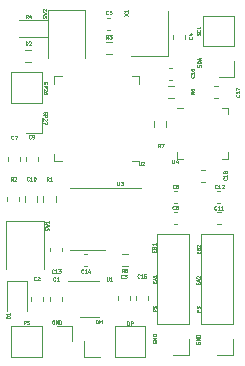
<source format=gbr>
%TF.GenerationSoftware,KiCad,Pcbnew,(6.0.7-1)-1*%
%TF.CreationDate,2022-10-12T15:07:03-04:00*%
%TF.ProjectId,PICO_v1.0,5049434f-5f76-4312-9e30-2e6b69636164,rev?*%
%TF.SameCoordinates,Original*%
%TF.FileFunction,Legend,Top*%
%TF.FilePolarity,Positive*%
%FSLAX46Y46*%
G04 Gerber Fmt 4.6, Leading zero omitted, Abs format (unit mm)*
G04 Created by KiCad (PCBNEW (6.0.7-1)-1) date 2022-10-12 15:07:03*
%MOMM*%
%LPD*%
G01*
G04 APERTURE LIST*
%ADD10C,0.050000*%
G04 APERTURE END LIST*
D10*
X116386771Y-123322514D02*
X116386771Y-123222514D01*
X116543914Y-123179657D02*
X116543914Y-123322514D01*
X116243914Y-123322514D01*
X116243914Y-123179657D01*
X116458200Y-123065371D02*
X116458200Y-122922514D01*
X116543914Y-123093942D02*
X116243914Y-122993942D01*
X116543914Y-122893942D01*
X116272485Y-122808228D02*
X116258200Y-122793942D01*
X116243914Y-122765371D01*
X116243914Y-122693942D01*
X116258200Y-122665371D01*
X116272485Y-122651085D01*
X116301057Y-122636800D01*
X116329628Y-122636800D01*
X116372485Y-122651085D01*
X116543914Y-122822514D01*
X116543914Y-122636800D01*
X112652971Y-120575342D02*
X112652971Y-120475342D01*
X112810114Y-120432485D02*
X112810114Y-120575342D01*
X112510114Y-120575342D01*
X112510114Y-120432485D01*
X112652971Y-120203914D02*
X112667257Y-120161057D01*
X112681542Y-120146771D01*
X112710114Y-120132485D01*
X112752971Y-120132485D01*
X112781542Y-120146771D01*
X112795828Y-120161057D01*
X112810114Y-120189628D01*
X112810114Y-120303914D01*
X112510114Y-120303914D01*
X112510114Y-120203914D01*
X112524400Y-120175342D01*
X112538685Y-120161057D01*
X112567257Y-120146771D01*
X112595828Y-120146771D01*
X112624400Y-120161057D01*
X112638685Y-120175342D01*
X112652971Y-120203914D01*
X112652971Y-120303914D01*
X112810114Y-119846771D02*
X112810114Y-120018200D01*
X112810114Y-119932485D02*
X112510114Y-119932485D01*
X112552971Y-119961057D01*
X112581542Y-119989628D01*
X112595828Y-120018200D01*
X116569314Y-125646628D02*
X116269314Y-125646628D01*
X116269314Y-125532342D01*
X116283600Y-125503771D01*
X116297885Y-125489485D01*
X116326457Y-125475200D01*
X116369314Y-125475200D01*
X116397885Y-125489485D01*
X116412171Y-125503771D01*
X116426457Y-125532342D01*
X116426457Y-125646628D01*
X116555028Y-125360914D02*
X116569314Y-125318057D01*
X116569314Y-125246628D01*
X116555028Y-125218057D01*
X116540742Y-125203771D01*
X116512171Y-125189485D01*
X116483600Y-125189485D01*
X116455028Y-125203771D01*
X116440742Y-125218057D01*
X116426457Y-125246628D01*
X116412171Y-125303771D01*
X116397885Y-125332342D01*
X116383600Y-125346628D01*
X116355028Y-125360914D01*
X116326457Y-125360914D01*
X116297885Y-125346628D01*
X116283600Y-125332342D01*
X116269314Y-125303771D01*
X116269314Y-125232342D01*
X116283600Y-125189485D01*
X103578800Y-108862857D02*
X103593085Y-108834285D01*
X103593085Y-108791428D01*
X103578800Y-108748571D01*
X103550228Y-108720000D01*
X103521657Y-108705714D01*
X103464514Y-108691428D01*
X103421657Y-108691428D01*
X103364514Y-108705714D01*
X103335942Y-108720000D01*
X103307371Y-108748571D01*
X103293085Y-108791428D01*
X103293085Y-108820000D01*
X103307371Y-108862857D01*
X103321657Y-108877142D01*
X103421657Y-108877142D01*
X103421657Y-108820000D01*
X103293085Y-109005714D02*
X103593085Y-109005714D01*
X103593085Y-109120000D01*
X103578800Y-109148571D01*
X103564514Y-109162857D01*
X103535942Y-109177142D01*
X103493085Y-109177142D01*
X103464514Y-109162857D01*
X103450228Y-109148571D01*
X103435942Y-109120000D01*
X103435942Y-109005714D01*
X103564514Y-109291428D02*
X103578800Y-109305714D01*
X103593085Y-109334285D01*
X103593085Y-109405714D01*
X103578800Y-109434285D01*
X103564514Y-109448571D01*
X103535942Y-109462857D01*
X103507371Y-109462857D01*
X103464514Y-109448571D01*
X103293085Y-109277142D01*
X103293085Y-109462857D01*
X103593085Y-109562857D02*
X103593085Y-109762857D01*
X103293085Y-109634285D01*
X101657971Y-126703914D02*
X101657971Y-126403914D01*
X101772257Y-126403914D01*
X101800828Y-126418200D01*
X101815114Y-126432485D01*
X101829400Y-126461057D01*
X101829400Y-126503914D01*
X101815114Y-126532485D01*
X101800828Y-126546771D01*
X101772257Y-126561057D01*
X101657971Y-126561057D01*
X101943685Y-126689628D02*
X101986542Y-126703914D01*
X102057971Y-126703914D01*
X102086542Y-126689628D01*
X102100828Y-126675342D01*
X102115114Y-126646771D01*
X102115114Y-126618200D01*
X102100828Y-126589628D01*
X102086542Y-126575342D01*
X102057971Y-126561057D01*
X102000828Y-126546771D01*
X101972257Y-126532485D01*
X101957971Y-126518200D01*
X101943685Y-126489628D01*
X101943685Y-126461057D01*
X101957971Y-126432485D01*
X101972257Y-126418200D01*
X102000828Y-126403914D01*
X102072257Y-126403914D01*
X102115114Y-126418200D01*
X110413828Y-126754714D02*
X110413828Y-126454714D01*
X110485257Y-126454714D01*
X110528114Y-126469000D01*
X110556685Y-126497571D01*
X110570971Y-126526142D01*
X110585257Y-126583285D01*
X110585257Y-126626142D01*
X110570971Y-126683285D01*
X110556685Y-126711857D01*
X110528114Y-126740428D01*
X110485257Y-126754714D01*
X110413828Y-126754714D01*
X110713828Y-126754714D02*
X110713828Y-126454714D01*
X110828114Y-126454714D01*
X110856685Y-126469000D01*
X110870971Y-126483285D01*
X110885257Y-126511857D01*
X110885257Y-126554714D01*
X110870971Y-126583285D01*
X110856685Y-126597571D01*
X110828114Y-126611857D01*
X110713828Y-126611857D01*
X104195828Y-126392800D02*
X104167257Y-126378514D01*
X104124400Y-126378514D01*
X104081542Y-126392800D01*
X104052971Y-126421371D01*
X104038685Y-126449942D01*
X104024400Y-126507085D01*
X104024400Y-126549942D01*
X104038685Y-126607085D01*
X104052971Y-126635657D01*
X104081542Y-126664228D01*
X104124400Y-126678514D01*
X104152971Y-126678514D01*
X104195828Y-126664228D01*
X104210114Y-126649942D01*
X104210114Y-126549942D01*
X104152971Y-126549942D01*
X104338685Y-126678514D02*
X104338685Y-126378514D01*
X104510114Y-126678514D01*
X104510114Y-126378514D01*
X104652971Y-126678514D02*
X104652971Y-126378514D01*
X104724400Y-126378514D01*
X104767257Y-126392800D01*
X104795828Y-126421371D01*
X104810114Y-126449942D01*
X104824400Y-126507085D01*
X104824400Y-126549942D01*
X104810114Y-126607085D01*
X104795828Y-126635657D01*
X104767257Y-126664228D01*
X104724400Y-126678514D01*
X104652971Y-126678514D01*
X116258200Y-128219171D02*
X116243914Y-128247742D01*
X116243914Y-128290600D01*
X116258200Y-128333457D01*
X116286771Y-128362028D01*
X116315342Y-128376314D01*
X116372485Y-128390600D01*
X116415342Y-128390600D01*
X116472485Y-128376314D01*
X116501057Y-128362028D01*
X116529628Y-128333457D01*
X116543914Y-128290600D01*
X116543914Y-128262028D01*
X116529628Y-128219171D01*
X116515342Y-128204885D01*
X116415342Y-128204885D01*
X116415342Y-128262028D01*
X116543914Y-128076314D02*
X116243914Y-128076314D01*
X116543914Y-127904885D01*
X116243914Y-127904885D01*
X116543914Y-127762028D02*
X116243914Y-127762028D01*
X116243914Y-127690600D01*
X116258200Y-127647742D01*
X116286771Y-127619171D01*
X116315342Y-127604885D01*
X116372485Y-127590600D01*
X116415342Y-127590600D01*
X116472485Y-127604885D01*
X116501057Y-127619171D01*
X116529628Y-127647742D01*
X116543914Y-127690600D01*
X116543914Y-127762028D01*
X103604200Y-106348257D02*
X103618485Y-106319685D01*
X103618485Y-106276828D01*
X103604200Y-106233971D01*
X103575628Y-106205400D01*
X103547057Y-106191114D01*
X103489914Y-106176828D01*
X103447057Y-106176828D01*
X103389914Y-106191114D01*
X103361342Y-106205400D01*
X103332771Y-106233971D01*
X103318485Y-106276828D01*
X103318485Y-106305400D01*
X103332771Y-106348257D01*
X103347057Y-106362542D01*
X103447057Y-106362542D01*
X103447057Y-106305400D01*
X103318485Y-106491114D02*
X103618485Y-106491114D01*
X103618485Y-106605400D01*
X103604200Y-106633971D01*
X103589914Y-106648257D01*
X103561342Y-106662542D01*
X103518485Y-106662542D01*
X103489914Y-106648257D01*
X103475628Y-106633971D01*
X103461342Y-106605400D01*
X103461342Y-106491114D01*
X103589914Y-106776828D02*
X103604200Y-106791114D01*
X103618485Y-106819685D01*
X103618485Y-106891114D01*
X103604200Y-106919685D01*
X103589914Y-106933971D01*
X103561342Y-106948257D01*
X103532771Y-106948257D01*
X103489914Y-106933971D01*
X103318485Y-106762542D01*
X103318485Y-106948257D01*
X103618485Y-107205400D02*
X103618485Y-107148257D01*
X103604200Y-107119685D01*
X103589914Y-107105400D01*
X103547057Y-107076828D01*
X103489914Y-107062542D01*
X103375628Y-107062542D01*
X103347057Y-107076828D01*
X103332771Y-107091114D01*
X103318485Y-107119685D01*
X103318485Y-107176828D01*
X103332771Y-107205400D01*
X103347057Y-107219685D01*
X103375628Y-107233971D01*
X103447057Y-107233971D01*
X103475628Y-107219685D01*
X103489914Y-107205400D01*
X103504200Y-107176828D01*
X103504200Y-107119685D01*
X103489914Y-107091114D01*
X103475628Y-107076828D01*
X103447057Y-107062542D01*
X107725400Y-126627714D02*
X107725400Y-126327714D01*
X107796828Y-126327714D01*
X107839685Y-126342000D01*
X107868257Y-126370571D01*
X107882542Y-126399142D01*
X107896828Y-126456285D01*
X107896828Y-126499142D01*
X107882542Y-126556285D01*
X107868257Y-126584857D01*
X107839685Y-126613428D01*
X107796828Y-126627714D01*
X107725400Y-126627714D01*
X108025400Y-126627714D02*
X108025400Y-126327714D01*
X108125400Y-126542000D01*
X108225400Y-126327714D01*
X108225400Y-126627714D01*
X112678371Y-123220914D02*
X112678371Y-123120914D01*
X112835514Y-123078057D02*
X112835514Y-123220914D01*
X112535514Y-123220914D01*
X112535514Y-123078057D01*
X112749800Y-122963771D02*
X112749800Y-122820914D01*
X112835514Y-122992342D02*
X112535514Y-122892342D01*
X112835514Y-122792342D01*
X112835514Y-122535200D02*
X112835514Y-122706628D01*
X112835514Y-122620914D02*
X112535514Y-122620914D01*
X112578371Y-122649485D01*
X112606942Y-122678057D01*
X112621228Y-122706628D01*
X116605828Y-104910685D02*
X116620114Y-104867828D01*
X116620114Y-104796400D01*
X116605828Y-104767828D01*
X116591542Y-104753542D01*
X116562971Y-104739257D01*
X116534400Y-104739257D01*
X116505828Y-104753542D01*
X116491542Y-104767828D01*
X116477257Y-104796400D01*
X116462971Y-104853542D01*
X116448685Y-104882114D01*
X116434400Y-104896400D01*
X116405828Y-104910685D01*
X116377257Y-104910685D01*
X116348685Y-104896400D01*
X116334400Y-104882114D01*
X116320114Y-104853542D01*
X116320114Y-104782114D01*
X116334400Y-104739257D01*
X116620114Y-104610685D02*
X116320114Y-104610685D01*
X116320114Y-104539257D01*
X116334400Y-104496400D01*
X116362971Y-104467828D01*
X116391542Y-104453542D01*
X116448685Y-104439257D01*
X116491542Y-104439257D01*
X116548685Y-104453542D01*
X116577257Y-104467828D01*
X116605828Y-104496400D01*
X116620114Y-104539257D01*
X116620114Y-104610685D01*
X116534400Y-104324971D02*
X116534400Y-104182114D01*
X116620114Y-104353542D02*
X116320114Y-104253542D01*
X116620114Y-104153542D01*
X116555028Y-102236542D02*
X116569314Y-102193685D01*
X116569314Y-102122257D01*
X116555028Y-102093685D01*
X116540742Y-102079400D01*
X116512171Y-102065114D01*
X116483600Y-102065114D01*
X116455028Y-102079400D01*
X116440742Y-102093685D01*
X116426457Y-102122257D01*
X116412171Y-102179400D01*
X116397885Y-102207971D01*
X116383600Y-102222257D01*
X116355028Y-102236542D01*
X116326457Y-102236542D01*
X116297885Y-102222257D01*
X116283600Y-102207971D01*
X116269314Y-102179400D01*
X116269314Y-102107971D01*
X116283600Y-102065114D01*
X116540742Y-101765114D02*
X116555028Y-101779400D01*
X116569314Y-101822257D01*
X116569314Y-101850828D01*
X116555028Y-101893685D01*
X116526457Y-101922257D01*
X116497885Y-101936542D01*
X116440742Y-101950828D01*
X116397885Y-101950828D01*
X116340742Y-101936542D01*
X116312171Y-101922257D01*
X116283600Y-101893685D01*
X116269314Y-101850828D01*
X116269314Y-101822257D01*
X116283600Y-101779400D01*
X116297885Y-101765114D01*
X116569314Y-101493685D02*
X116569314Y-101636542D01*
X116269314Y-101636542D01*
X116412171Y-120702342D02*
X116412171Y-120602342D01*
X116569314Y-120559485D02*
X116569314Y-120702342D01*
X116269314Y-120702342D01*
X116269314Y-120559485D01*
X116412171Y-120330914D02*
X116426457Y-120288057D01*
X116440742Y-120273771D01*
X116469314Y-120259485D01*
X116512171Y-120259485D01*
X116540742Y-120273771D01*
X116555028Y-120288057D01*
X116569314Y-120316628D01*
X116569314Y-120430914D01*
X116269314Y-120430914D01*
X116269314Y-120330914D01*
X116283600Y-120302342D01*
X116297885Y-120288057D01*
X116326457Y-120273771D01*
X116355028Y-120273771D01*
X116383600Y-120288057D01*
X116397885Y-120302342D01*
X116412171Y-120330914D01*
X116412171Y-120430914D01*
X116297885Y-120145200D02*
X116283600Y-120130914D01*
X116269314Y-120102342D01*
X116269314Y-120030914D01*
X116283600Y-120002342D01*
X116297885Y-119988057D01*
X116326457Y-119973771D01*
X116355028Y-119973771D01*
X116397885Y-119988057D01*
X116569314Y-120159485D01*
X116569314Y-119973771D01*
X112549800Y-128142971D02*
X112535514Y-128171542D01*
X112535514Y-128214400D01*
X112549800Y-128257257D01*
X112578371Y-128285828D01*
X112606942Y-128300114D01*
X112664085Y-128314400D01*
X112706942Y-128314400D01*
X112764085Y-128300114D01*
X112792657Y-128285828D01*
X112821228Y-128257257D01*
X112835514Y-128214400D01*
X112835514Y-128185828D01*
X112821228Y-128142971D01*
X112806942Y-128128685D01*
X112706942Y-128128685D01*
X112706942Y-128185828D01*
X112835514Y-128000114D02*
X112535514Y-128000114D01*
X112835514Y-127828685D01*
X112535514Y-127828685D01*
X112835514Y-127685828D02*
X112535514Y-127685828D01*
X112535514Y-127614400D01*
X112549800Y-127571542D01*
X112578371Y-127542971D01*
X112606942Y-127528685D01*
X112664085Y-127514400D01*
X112706942Y-127514400D01*
X112764085Y-127528685D01*
X112792657Y-127542971D01*
X112821228Y-127571542D01*
X112835514Y-127614400D01*
X112835514Y-127685828D01*
X112860914Y-125595828D02*
X112560914Y-125595828D01*
X112560914Y-125481542D01*
X112575200Y-125452971D01*
X112589485Y-125438685D01*
X112618057Y-125424400D01*
X112660914Y-125424400D01*
X112689485Y-125438685D01*
X112703771Y-125452971D01*
X112718057Y-125481542D01*
X112718057Y-125595828D01*
X112846628Y-125310114D02*
X112860914Y-125267257D01*
X112860914Y-125195828D01*
X112846628Y-125167257D01*
X112832342Y-125152971D01*
X112803771Y-125138685D01*
X112775200Y-125138685D01*
X112746628Y-125152971D01*
X112732342Y-125167257D01*
X112718057Y-125195828D01*
X112703771Y-125252971D01*
X112689485Y-125281542D01*
X112675200Y-125295828D01*
X112646628Y-125310114D01*
X112618057Y-125310114D01*
X112589485Y-125295828D01*
X112575200Y-125281542D01*
X112560914Y-125252971D01*
X112560914Y-125181542D01*
X112575200Y-125138685D01*
%TO.C,SW1*%
X103728028Y-118764000D02*
X103742314Y-118721142D01*
X103742314Y-118649714D01*
X103728028Y-118621142D01*
X103713742Y-118606857D01*
X103685171Y-118592571D01*
X103656600Y-118592571D01*
X103628028Y-118606857D01*
X103613742Y-118621142D01*
X103599457Y-118649714D01*
X103585171Y-118706857D01*
X103570885Y-118735428D01*
X103556600Y-118749714D01*
X103528028Y-118764000D01*
X103499457Y-118764000D01*
X103470885Y-118749714D01*
X103456600Y-118735428D01*
X103442314Y-118706857D01*
X103442314Y-118635428D01*
X103456600Y-118592571D01*
X103442314Y-118492571D02*
X103742314Y-118421142D01*
X103528028Y-118364000D01*
X103742314Y-118306857D01*
X103442314Y-118235428D01*
X103742314Y-117964000D02*
X103742314Y-118135428D01*
X103742314Y-118049714D02*
X103442314Y-118049714D01*
X103485171Y-118078285D01*
X103513742Y-118106857D01*
X103528028Y-118135428D01*
%TO.C,C3*%
X110059000Y-122763742D02*
X110044714Y-122778028D01*
X110001857Y-122792314D01*
X109973285Y-122792314D01*
X109930428Y-122778028D01*
X109901857Y-122749457D01*
X109887571Y-122720885D01*
X109873285Y-122663742D01*
X109873285Y-122620885D01*
X109887571Y-122563742D01*
X109901857Y-122535171D01*
X109930428Y-122506600D01*
X109973285Y-122492314D01*
X110001857Y-122492314D01*
X110044714Y-122506600D01*
X110059000Y-122520885D01*
X110159000Y-122492314D02*
X110344714Y-122492314D01*
X110244714Y-122606600D01*
X110287571Y-122606600D01*
X110316142Y-122620885D01*
X110330428Y-122635171D01*
X110344714Y-122663742D01*
X110344714Y-122735171D01*
X110330428Y-122763742D01*
X110316142Y-122778028D01*
X110287571Y-122792314D01*
X110201857Y-122792314D01*
X110173285Y-122778028D01*
X110159000Y-122763742D01*
%TO.C,C4*%
X115880342Y-102361200D02*
X115894628Y-102375485D01*
X115908914Y-102418342D01*
X115908914Y-102446914D01*
X115894628Y-102489771D01*
X115866057Y-102518342D01*
X115837485Y-102532628D01*
X115780342Y-102546914D01*
X115737485Y-102546914D01*
X115680342Y-102532628D01*
X115651771Y-102518342D01*
X115623200Y-102489771D01*
X115608914Y-102446914D01*
X115608914Y-102418342D01*
X115623200Y-102375485D01*
X115637485Y-102361200D01*
X115708914Y-102104057D02*
X115908914Y-102104057D01*
X115594628Y-102175485D02*
X115808914Y-102246914D01*
X115808914Y-102061200D01*
%TO.C,C8*%
X114402400Y-116947142D02*
X114388114Y-116961428D01*
X114345257Y-116975714D01*
X114316685Y-116975714D01*
X114273828Y-116961428D01*
X114245257Y-116932857D01*
X114230971Y-116904285D01*
X114216685Y-116847142D01*
X114216685Y-116804285D01*
X114230971Y-116747142D01*
X114245257Y-116718571D01*
X114273828Y-116690000D01*
X114316685Y-116675714D01*
X114345257Y-116675714D01*
X114388114Y-116690000D01*
X114402400Y-116704285D01*
X114573828Y-116804285D02*
X114545257Y-116790000D01*
X114530971Y-116775714D01*
X114516685Y-116747142D01*
X114516685Y-116732857D01*
X114530971Y-116704285D01*
X114545257Y-116690000D01*
X114573828Y-116675714D01*
X114630971Y-116675714D01*
X114659542Y-116690000D01*
X114673828Y-116704285D01*
X114688114Y-116732857D01*
X114688114Y-116747142D01*
X114673828Y-116775714D01*
X114659542Y-116790000D01*
X114630971Y-116804285D01*
X114573828Y-116804285D01*
X114545257Y-116818571D01*
X114530971Y-116832857D01*
X114516685Y-116861428D01*
X114516685Y-116918571D01*
X114530971Y-116947142D01*
X114545257Y-116961428D01*
X114573828Y-116975714D01*
X114630971Y-116975714D01*
X114659542Y-116961428D01*
X114673828Y-116947142D01*
X114688114Y-116918571D01*
X114688114Y-116861428D01*
X114673828Y-116832857D01*
X114659542Y-116818571D01*
X114630971Y-116804285D01*
%TO.C,C13*%
X104175742Y-122331942D02*
X104161457Y-122346228D01*
X104118600Y-122360514D01*
X104090028Y-122360514D01*
X104047171Y-122346228D01*
X104018600Y-122317657D01*
X104004314Y-122289085D01*
X103990028Y-122231942D01*
X103990028Y-122189085D01*
X104004314Y-122131942D01*
X104018600Y-122103371D01*
X104047171Y-122074800D01*
X104090028Y-122060514D01*
X104118600Y-122060514D01*
X104161457Y-122074800D01*
X104175742Y-122089085D01*
X104461457Y-122360514D02*
X104290028Y-122360514D01*
X104375742Y-122360514D02*
X104375742Y-122060514D01*
X104347171Y-122103371D01*
X104318600Y-122131942D01*
X104290028Y-122146228D01*
X104561457Y-122060514D02*
X104747171Y-122060514D01*
X104647171Y-122174800D01*
X104690028Y-122174800D01*
X104718600Y-122189085D01*
X104732885Y-122203371D01*
X104747171Y-122231942D01*
X104747171Y-122303371D01*
X104732885Y-122331942D01*
X104718600Y-122346228D01*
X104690028Y-122360514D01*
X104604314Y-122360514D01*
X104575742Y-122346228D01*
X104561457Y-122331942D01*
%TO.C,R2*%
X100711800Y-114537314D02*
X100611800Y-114394457D01*
X100540371Y-114537314D02*
X100540371Y-114237314D01*
X100654657Y-114237314D01*
X100683228Y-114251600D01*
X100697514Y-114265885D01*
X100711800Y-114294457D01*
X100711800Y-114337314D01*
X100697514Y-114365885D01*
X100683228Y-114380171D01*
X100654657Y-114394457D01*
X100540371Y-114394457D01*
X100826085Y-114265885D02*
X100840371Y-114251600D01*
X100868942Y-114237314D01*
X100940371Y-114237314D01*
X100968942Y-114251600D01*
X100983228Y-114265885D01*
X100997514Y-114294457D01*
X100997514Y-114323028D01*
X100983228Y-114365885D01*
X100811800Y-114537314D01*
X100997514Y-114537314D01*
%TO.C,U4*%
X114223828Y-112764114D02*
X114223828Y-113006971D01*
X114238114Y-113035542D01*
X114252400Y-113049828D01*
X114280971Y-113064114D01*
X114338114Y-113064114D01*
X114366685Y-113049828D01*
X114380971Y-113035542D01*
X114395257Y-113006971D01*
X114395257Y-112764114D01*
X114666685Y-112864114D02*
X114666685Y-113064114D01*
X114595257Y-112749828D02*
X114523828Y-112964114D01*
X114709542Y-112964114D01*
%TO.C,U2*%
X111379028Y-112941914D02*
X111379028Y-113184771D01*
X111393314Y-113213342D01*
X111407600Y-113227628D01*
X111436171Y-113241914D01*
X111493314Y-113241914D01*
X111521885Y-113227628D01*
X111536171Y-113213342D01*
X111550457Y-113184771D01*
X111550457Y-112941914D01*
X111679028Y-112970485D02*
X111693314Y-112956200D01*
X111721885Y-112941914D01*
X111793314Y-112941914D01*
X111821885Y-112956200D01*
X111836171Y-112970485D01*
X111850457Y-112999057D01*
X111850457Y-113027628D01*
X111836171Y-113070485D01*
X111664742Y-113241914D01*
X111850457Y-113241914D01*
%TO.C,SW2*%
X103524828Y-100806200D02*
X103539114Y-100763342D01*
X103539114Y-100691914D01*
X103524828Y-100663342D01*
X103510542Y-100649057D01*
X103481971Y-100634771D01*
X103453400Y-100634771D01*
X103424828Y-100649057D01*
X103410542Y-100663342D01*
X103396257Y-100691914D01*
X103381971Y-100749057D01*
X103367685Y-100777628D01*
X103353400Y-100791914D01*
X103324828Y-100806200D01*
X103296257Y-100806200D01*
X103267685Y-100791914D01*
X103253400Y-100777628D01*
X103239114Y-100749057D01*
X103239114Y-100677628D01*
X103253400Y-100634771D01*
X103239114Y-100534771D02*
X103539114Y-100463342D01*
X103324828Y-100406200D01*
X103539114Y-100349057D01*
X103239114Y-100277628D01*
X103267685Y-100177628D02*
X103253400Y-100163342D01*
X103239114Y-100134771D01*
X103239114Y-100063342D01*
X103253400Y-100034771D01*
X103267685Y-100020485D01*
X103296257Y-100006200D01*
X103324828Y-100006200D01*
X103367685Y-100020485D01*
X103539114Y-100191914D01*
X103539114Y-100006200D01*
%TO.C,C1*%
X104293200Y-122992342D02*
X104278914Y-123006628D01*
X104236057Y-123020914D01*
X104207485Y-123020914D01*
X104164628Y-123006628D01*
X104136057Y-122978057D01*
X104121771Y-122949485D01*
X104107485Y-122892342D01*
X104107485Y-122849485D01*
X104121771Y-122792342D01*
X104136057Y-122763771D01*
X104164628Y-122735200D01*
X104207485Y-122720914D01*
X104236057Y-122720914D01*
X104278914Y-122735200D01*
X104293200Y-122749485D01*
X104578914Y-123020914D02*
X104407485Y-123020914D01*
X104493200Y-123020914D02*
X104493200Y-122720914D01*
X104464628Y-122763771D01*
X104436057Y-122792342D01*
X104407485Y-122806628D01*
%TO.C,R7*%
X113183200Y-111717914D02*
X113083200Y-111575057D01*
X113011771Y-111717914D02*
X113011771Y-111417914D01*
X113126057Y-111417914D01*
X113154628Y-111432200D01*
X113168914Y-111446485D01*
X113183200Y-111475057D01*
X113183200Y-111517914D01*
X113168914Y-111546485D01*
X113154628Y-111560771D01*
X113126057Y-111575057D01*
X113011771Y-111575057D01*
X113283200Y-111417914D02*
X113483200Y-111417914D01*
X113354628Y-111717914D01*
%TO.C,R1*%
X103734400Y-114537314D02*
X103634400Y-114394457D01*
X103562971Y-114537314D02*
X103562971Y-114237314D01*
X103677257Y-114237314D01*
X103705828Y-114251600D01*
X103720114Y-114265885D01*
X103734400Y-114294457D01*
X103734400Y-114337314D01*
X103720114Y-114365885D01*
X103705828Y-114380171D01*
X103677257Y-114394457D01*
X103562971Y-114394457D01*
X104020114Y-114537314D02*
X103848685Y-114537314D01*
X103934400Y-114537314D02*
X103934400Y-114237314D01*
X103905828Y-114280171D01*
X103877257Y-114308742D01*
X103848685Y-114323028D01*
%TO.C,R3*%
X108789000Y-102523114D02*
X108689000Y-102380257D01*
X108617571Y-102523114D02*
X108617571Y-102223114D01*
X108731857Y-102223114D01*
X108760428Y-102237400D01*
X108774714Y-102251685D01*
X108789000Y-102280257D01*
X108789000Y-102323114D01*
X108774714Y-102351685D01*
X108760428Y-102365971D01*
X108731857Y-102380257D01*
X108617571Y-102380257D01*
X108889000Y-102223114D02*
X109074714Y-102223114D01*
X108974714Y-102337400D01*
X109017571Y-102337400D01*
X109046142Y-102351685D01*
X109060428Y-102365971D01*
X109074714Y-102394542D01*
X109074714Y-102465971D01*
X109060428Y-102494542D01*
X109046142Y-102508828D01*
X109017571Y-102523114D01*
X108931857Y-102523114D01*
X108903285Y-102508828D01*
X108889000Y-102494542D01*
%TO.C,U3*%
X109550228Y-114618314D02*
X109550228Y-114861171D01*
X109564514Y-114889742D01*
X109578800Y-114904028D01*
X109607371Y-114918314D01*
X109664514Y-114918314D01*
X109693085Y-114904028D01*
X109707371Y-114889742D01*
X109721657Y-114861171D01*
X109721657Y-114618314D01*
X109835942Y-114618314D02*
X110021657Y-114618314D01*
X109921657Y-114732600D01*
X109964514Y-114732600D01*
X109993085Y-114746885D01*
X110007371Y-114761171D01*
X110021657Y-114789742D01*
X110021657Y-114861171D01*
X110007371Y-114889742D01*
X109993085Y-114904028D01*
X109964514Y-114918314D01*
X109878800Y-114918314D01*
X109850228Y-114904028D01*
X109835942Y-114889742D01*
%TO.C,C15*%
X111440142Y-122738342D02*
X111425857Y-122752628D01*
X111383000Y-122766914D01*
X111354428Y-122766914D01*
X111311571Y-122752628D01*
X111283000Y-122724057D01*
X111268714Y-122695485D01*
X111254428Y-122638342D01*
X111254428Y-122595485D01*
X111268714Y-122538342D01*
X111283000Y-122509771D01*
X111311571Y-122481200D01*
X111354428Y-122466914D01*
X111383000Y-122466914D01*
X111425857Y-122481200D01*
X111440142Y-122495485D01*
X111725857Y-122766914D02*
X111554428Y-122766914D01*
X111640142Y-122766914D02*
X111640142Y-122466914D01*
X111611571Y-122509771D01*
X111583000Y-122538342D01*
X111554428Y-122552628D01*
X111997285Y-122466914D02*
X111854428Y-122466914D01*
X111840142Y-122609771D01*
X111854428Y-122595485D01*
X111883000Y-122581200D01*
X111954428Y-122581200D01*
X111983000Y-122595485D01*
X111997285Y-122609771D01*
X112011571Y-122638342D01*
X112011571Y-122709771D01*
X111997285Y-122738342D01*
X111983000Y-122752628D01*
X111954428Y-122766914D01*
X111883000Y-122766914D01*
X111854428Y-122752628D01*
X111840142Y-122738342D01*
%TO.C,X1*%
X110147914Y-100572857D02*
X110447914Y-100372857D01*
X110147914Y-100372857D02*
X110447914Y-100572857D01*
X110447914Y-100101428D02*
X110447914Y-100272857D01*
X110447914Y-100187142D02*
X110147914Y-100187142D01*
X110190771Y-100215714D01*
X110219342Y-100244285D01*
X110233628Y-100272857D01*
%TO.C,U1*%
X108661228Y-122720914D02*
X108661228Y-122963771D01*
X108675514Y-122992342D01*
X108689800Y-123006628D01*
X108718371Y-123020914D01*
X108775514Y-123020914D01*
X108804085Y-123006628D01*
X108818371Y-122992342D01*
X108832657Y-122963771D01*
X108832657Y-122720914D01*
X109132657Y-123020914D02*
X108961228Y-123020914D01*
X109046942Y-123020914D02*
X109046942Y-122720914D01*
X109018371Y-122763771D01*
X108989800Y-122792342D01*
X108961228Y-122806628D01*
%TO.C,C2*%
X102693000Y-122966942D02*
X102678714Y-122981228D01*
X102635857Y-122995514D01*
X102607285Y-122995514D01*
X102564428Y-122981228D01*
X102535857Y-122952657D01*
X102521571Y-122924085D01*
X102507285Y-122866942D01*
X102507285Y-122824085D01*
X102521571Y-122766942D01*
X102535857Y-122738371D01*
X102564428Y-122709800D01*
X102607285Y-122695514D01*
X102635857Y-122695514D01*
X102678714Y-122709800D01*
X102693000Y-122724085D01*
X102807285Y-122724085D02*
X102821571Y-122709800D01*
X102850142Y-122695514D01*
X102921571Y-122695514D01*
X102950142Y-122709800D01*
X102964428Y-122724085D01*
X102978714Y-122752657D01*
X102978714Y-122781228D01*
X102964428Y-122824085D01*
X102793000Y-122995514D01*
X102978714Y-122995514D01*
%TO.C,C12*%
X117993342Y-115169142D02*
X117979057Y-115183428D01*
X117936200Y-115197714D01*
X117907628Y-115197714D01*
X117864771Y-115183428D01*
X117836200Y-115154857D01*
X117821914Y-115126285D01*
X117807628Y-115069142D01*
X117807628Y-115026285D01*
X117821914Y-114969142D01*
X117836200Y-114940571D01*
X117864771Y-114912000D01*
X117907628Y-114897714D01*
X117936200Y-114897714D01*
X117979057Y-114912000D01*
X117993342Y-114926285D01*
X118279057Y-115197714D02*
X118107628Y-115197714D01*
X118193342Y-115197714D02*
X118193342Y-114897714D01*
X118164771Y-114940571D01*
X118136200Y-114969142D01*
X118107628Y-114983428D01*
X118393342Y-114926285D02*
X118407628Y-114912000D01*
X118436200Y-114897714D01*
X118507628Y-114897714D01*
X118536200Y-114912000D01*
X118550485Y-114926285D01*
X118564771Y-114954857D01*
X118564771Y-114983428D01*
X118550485Y-115026285D01*
X118379057Y-115197714D01*
X118564771Y-115197714D01*
%TO.C,R6*%
X116061314Y-107034800D02*
X115918457Y-107134800D01*
X116061314Y-107206228D02*
X115761314Y-107206228D01*
X115761314Y-107091942D01*
X115775600Y-107063371D01*
X115789885Y-107049085D01*
X115818457Y-107034800D01*
X115861314Y-107034800D01*
X115889885Y-107049085D01*
X115904171Y-107063371D01*
X115918457Y-107091942D01*
X115918457Y-107206228D01*
X115761314Y-106777657D02*
X115761314Y-106834800D01*
X115775600Y-106863371D01*
X115789885Y-106877657D01*
X115832742Y-106906228D01*
X115889885Y-106920514D01*
X116004171Y-106920514D01*
X116032742Y-106906228D01*
X116047028Y-106891942D01*
X116061314Y-106863371D01*
X116061314Y-106806228D01*
X116047028Y-106777657D01*
X116032742Y-106763371D01*
X116004171Y-106749085D01*
X115932742Y-106749085D01*
X115904171Y-106763371D01*
X115889885Y-106777657D01*
X115875600Y-106806228D01*
X115875600Y-106863371D01*
X115889885Y-106891942D01*
X115904171Y-106906228D01*
X115932742Y-106920514D01*
%TO.C,C6*%
X114427800Y-115143742D02*
X114413514Y-115158028D01*
X114370657Y-115172314D01*
X114342085Y-115172314D01*
X114299228Y-115158028D01*
X114270657Y-115129457D01*
X114256371Y-115100885D01*
X114242085Y-115043742D01*
X114242085Y-115000885D01*
X114256371Y-114943742D01*
X114270657Y-114915171D01*
X114299228Y-114886600D01*
X114342085Y-114872314D01*
X114370657Y-114872314D01*
X114413514Y-114886600D01*
X114427800Y-114900885D01*
X114684942Y-114872314D02*
X114627800Y-114872314D01*
X114599228Y-114886600D01*
X114584942Y-114900885D01*
X114556371Y-114943742D01*
X114542085Y-115000885D01*
X114542085Y-115115171D01*
X114556371Y-115143742D01*
X114570657Y-115158028D01*
X114599228Y-115172314D01*
X114656371Y-115172314D01*
X114684942Y-115158028D01*
X114699228Y-115143742D01*
X114713514Y-115115171D01*
X114713514Y-115043742D01*
X114699228Y-115015171D01*
X114684942Y-115000885D01*
X114656371Y-114986600D01*
X114599228Y-114986600D01*
X114570657Y-115000885D01*
X114556371Y-115015171D01*
X114542085Y-115043742D01*
%TO.C,C18*%
X118801342Y-114315057D02*
X118815628Y-114329342D01*
X118829914Y-114372200D01*
X118829914Y-114400771D01*
X118815628Y-114443628D01*
X118787057Y-114472200D01*
X118758485Y-114486485D01*
X118701342Y-114500771D01*
X118658485Y-114500771D01*
X118601342Y-114486485D01*
X118572771Y-114472200D01*
X118544200Y-114443628D01*
X118529914Y-114400771D01*
X118529914Y-114372200D01*
X118544200Y-114329342D01*
X118558485Y-114315057D01*
X118829914Y-114029342D02*
X118829914Y-114200771D01*
X118829914Y-114115057D02*
X118529914Y-114115057D01*
X118572771Y-114143628D01*
X118601342Y-114172200D01*
X118615628Y-114200771D01*
X118658485Y-113857914D02*
X118644200Y-113886485D01*
X118629914Y-113900771D01*
X118601342Y-113915057D01*
X118587057Y-113915057D01*
X118558485Y-113900771D01*
X118544200Y-113886485D01*
X118529914Y-113857914D01*
X118529914Y-113800771D01*
X118544200Y-113772200D01*
X118558485Y-113757914D01*
X118587057Y-113743628D01*
X118601342Y-113743628D01*
X118629914Y-113757914D01*
X118644200Y-113772200D01*
X118658485Y-113800771D01*
X118658485Y-113857914D01*
X118672771Y-113886485D01*
X118687057Y-113900771D01*
X118715628Y-113915057D01*
X118772771Y-113915057D01*
X118801342Y-113900771D01*
X118815628Y-113886485D01*
X118829914Y-113857914D01*
X118829914Y-113800771D01*
X118815628Y-113772200D01*
X118801342Y-113757914D01*
X118772771Y-113743628D01*
X118715628Y-113743628D01*
X118687057Y-113757914D01*
X118672771Y-113772200D01*
X118658485Y-113800771D01*
%TO.C,D2*%
X101784971Y-103056514D02*
X101784971Y-102756514D01*
X101856400Y-102756514D01*
X101899257Y-102770800D01*
X101927828Y-102799371D01*
X101942114Y-102827942D01*
X101956400Y-102885085D01*
X101956400Y-102927942D01*
X101942114Y-102985085D01*
X101927828Y-103013657D01*
X101899257Y-103042228D01*
X101856400Y-103056514D01*
X101784971Y-103056514D01*
X102070685Y-102785085D02*
X102084971Y-102770800D01*
X102113542Y-102756514D01*
X102184971Y-102756514D01*
X102213542Y-102770800D01*
X102227828Y-102785085D01*
X102242114Y-102813657D01*
X102242114Y-102842228D01*
X102227828Y-102885085D01*
X102056400Y-103056514D01*
X102242114Y-103056514D01*
%TO.C,C5*%
X108789000Y-100411742D02*
X108774714Y-100426028D01*
X108731857Y-100440314D01*
X108703285Y-100440314D01*
X108660428Y-100426028D01*
X108631857Y-100397457D01*
X108617571Y-100368885D01*
X108603285Y-100311742D01*
X108603285Y-100268885D01*
X108617571Y-100211742D01*
X108631857Y-100183171D01*
X108660428Y-100154600D01*
X108703285Y-100140314D01*
X108731857Y-100140314D01*
X108774714Y-100154600D01*
X108789000Y-100168885D01*
X109060428Y-100140314D02*
X108917571Y-100140314D01*
X108903285Y-100283171D01*
X108917571Y-100268885D01*
X108946142Y-100254600D01*
X109017571Y-100254600D01*
X109046142Y-100268885D01*
X109060428Y-100283171D01*
X109074714Y-100311742D01*
X109074714Y-100383171D01*
X109060428Y-100411742D01*
X109046142Y-100426028D01*
X109017571Y-100440314D01*
X108946142Y-100440314D01*
X108917571Y-100426028D01*
X108903285Y-100411742D01*
%TO.C,C14*%
X106664942Y-122331942D02*
X106650657Y-122346228D01*
X106607800Y-122360514D01*
X106579228Y-122360514D01*
X106536371Y-122346228D01*
X106507800Y-122317657D01*
X106493514Y-122289085D01*
X106479228Y-122231942D01*
X106479228Y-122189085D01*
X106493514Y-122131942D01*
X106507800Y-122103371D01*
X106536371Y-122074800D01*
X106579228Y-122060514D01*
X106607800Y-122060514D01*
X106650657Y-122074800D01*
X106664942Y-122089085D01*
X106950657Y-122360514D02*
X106779228Y-122360514D01*
X106864942Y-122360514D02*
X106864942Y-122060514D01*
X106836371Y-122103371D01*
X106807800Y-122131942D01*
X106779228Y-122146228D01*
X107207800Y-122160514D02*
X107207800Y-122360514D01*
X107136371Y-122046228D02*
X107064942Y-122260514D01*
X107250657Y-122260514D01*
%TO.C,R5*%
X110109800Y-122309714D02*
X110009800Y-122166857D01*
X109938371Y-122309714D02*
X109938371Y-122009714D01*
X110052657Y-122009714D01*
X110081228Y-122024000D01*
X110095514Y-122038285D01*
X110109800Y-122066857D01*
X110109800Y-122109714D01*
X110095514Y-122138285D01*
X110081228Y-122152571D01*
X110052657Y-122166857D01*
X109938371Y-122166857D01*
X110381228Y-122009714D02*
X110238371Y-122009714D01*
X110224085Y-122152571D01*
X110238371Y-122138285D01*
X110266942Y-122124000D01*
X110338371Y-122124000D01*
X110366942Y-122138285D01*
X110381228Y-122152571D01*
X110395514Y-122181142D01*
X110395514Y-122252571D01*
X110381228Y-122281142D01*
X110366942Y-122295428D01*
X110338371Y-122309714D01*
X110266942Y-122309714D01*
X110238371Y-122295428D01*
X110224085Y-122281142D01*
%TO.C,C10*%
X102067542Y-114508742D02*
X102053257Y-114523028D01*
X102010400Y-114537314D01*
X101981828Y-114537314D01*
X101938971Y-114523028D01*
X101910400Y-114494457D01*
X101896114Y-114465885D01*
X101881828Y-114408742D01*
X101881828Y-114365885D01*
X101896114Y-114308742D01*
X101910400Y-114280171D01*
X101938971Y-114251600D01*
X101981828Y-114237314D01*
X102010400Y-114237314D01*
X102053257Y-114251600D01*
X102067542Y-114265885D01*
X102353257Y-114537314D02*
X102181828Y-114537314D01*
X102267542Y-114537314D02*
X102267542Y-114237314D01*
X102238971Y-114280171D01*
X102210400Y-114308742D01*
X102181828Y-114323028D01*
X102538971Y-114237314D02*
X102567542Y-114237314D01*
X102596114Y-114251600D01*
X102610400Y-114265885D01*
X102624685Y-114294457D01*
X102638971Y-114351600D01*
X102638971Y-114423028D01*
X102624685Y-114480171D01*
X102610400Y-114508742D01*
X102596114Y-114523028D01*
X102567542Y-114537314D01*
X102538971Y-114537314D01*
X102510400Y-114523028D01*
X102496114Y-114508742D01*
X102481828Y-114480171D01*
X102467542Y-114423028D01*
X102467542Y-114351600D01*
X102481828Y-114294457D01*
X102496114Y-114265885D01*
X102510400Y-114251600D01*
X102538971Y-114237314D01*
%TO.C,C16*%
X116032742Y-105628257D02*
X116047028Y-105642542D01*
X116061314Y-105685400D01*
X116061314Y-105713971D01*
X116047028Y-105756828D01*
X116018457Y-105785400D01*
X115989885Y-105799685D01*
X115932742Y-105813971D01*
X115889885Y-105813971D01*
X115832742Y-105799685D01*
X115804171Y-105785400D01*
X115775600Y-105756828D01*
X115761314Y-105713971D01*
X115761314Y-105685400D01*
X115775600Y-105642542D01*
X115789885Y-105628257D01*
X116061314Y-105342542D02*
X116061314Y-105513971D01*
X116061314Y-105428257D02*
X115761314Y-105428257D01*
X115804171Y-105456828D01*
X115832742Y-105485400D01*
X115847028Y-105513971D01*
X115761314Y-105085400D02*
X115761314Y-105142542D01*
X115775600Y-105171114D01*
X115789885Y-105185400D01*
X115832742Y-105213971D01*
X115889885Y-105228257D01*
X116004171Y-105228257D01*
X116032742Y-105213971D01*
X116047028Y-105199685D01*
X116061314Y-105171114D01*
X116061314Y-105113971D01*
X116047028Y-105085400D01*
X116032742Y-105071114D01*
X116004171Y-105056828D01*
X115932742Y-105056828D01*
X115904171Y-105071114D01*
X115889885Y-105085400D01*
X115875600Y-105113971D01*
X115875600Y-105171114D01*
X115889885Y-105199685D01*
X115904171Y-105213971D01*
X115932742Y-105228257D01*
%TO.C,C11*%
X117942542Y-116972542D02*
X117928257Y-116986828D01*
X117885400Y-117001114D01*
X117856828Y-117001114D01*
X117813971Y-116986828D01*
X117785400Y-116958257D01*
X117771114Y-116929685D01*
X117756828Y-116872542D01*
X117756828Y-116829685D01*
X117771114Y-116772542D01*
X117785400Y-116743971D01*
X117813971Y-116715400D01*
X117856828Y-116701114D01*
X117885400Y-116701114D01*
X117928257Y-116715400D01*
X117942542Y-116729685D01*
X118228257Y-117001114D02*
X118056828Y-117001114D01*
X118142542Y-117001114D02*
X118142542Y-116701114D01*
X118113971Y-116743971D01*
X118085400Y-116772542D01*
X118056828Y-116786828D01*
X118513971Y-117001114D02*
X118342542Y-117001114D01*
X118428257Y-117001114D02*
X118428257Y-116701114D01*
X118399685Y-116743971D01*
X118371114Y-116772542D01*
X118342542Y-116786828D01*
%TO.C,C7*%
X100762600Y-111003542D02*
X100748314Y-111017828D01*
X100705457Y-111032114D01*
X100676885Y-111032114D01*
X100634028Y-111017828D01*
X100605457Y-110989257D01*
X100591171Y-110960685D01*
X100576885Y-110903542D01*
X100576885Y-110860685D01*
X100591171Y-110803542D01*
X100605457Y-110774971D01*
X100634028Y-110746400D01*
X100676885Y-110732114D01*
X100705457Y-110732114D01*
X100748314Y-110746400D01*
X100762600Y-110760685D01*
X100862600Y-110732114D02*
X101062600Y-110732114D01*
X100934028Y-111032114D01*
%TO.C,D1*%
X100465714Y-126180028D02*
X100165714Y-126180028D01*
X100165714Y-126108600D01*
X100180000Y-126065742D01*
X100208571Y-126037171D01*
X100237142Y-126022885D01*
X100294285Y-126008600D01*
X100337142Y-126008600D01*
X100394285Y-126022885D01*
X100422857Y-126037171D01*
X100451428Y-126065742D01*
X100465714Y-126108600D01*
X100465714Y-126180028D01*
X100465714Y-125722885D02*
X100465714Y-125894314D01*
X100465714Y-125808600D02*
X100165714Y-125808600D01*
X100208571Y-125837171D01*
X100237142Y-125865742D01*
X100251428Y-125894314D01*
%TO.C,C17*%
X119868142Y-107253857D02*
X119882428Y-107268142D01*
X119896714Y-107311000D01*
X119896714Y-107339571D01*
X119882428Y-107382428D01*
X119853857Y-107411000D01*
X119825285Y-107425285D01*
X119768142Y-107439571D01*
X119725285Y-107439571D01*
X119668142Y-107425285D01*
X119639571Y-107411000D01*
X119611000Y-107382428D01*
X119596714Y-107339571D01*
X119596714Y-107311000D01*
X119611000Y-107268142D01*
X119625285Y-107253857D01*
X119896714Y-106968142D02*
X119896714Y-107139571D01*
X119896714Y-107053857D02*
X119596714Y-107053857D01*
X119639571Y-107082428D01*
X119668142Y-107111000D01*
X119682428Y-107139571D01*
X119596714Y-106868142D02*
X119596714Y-106668142D01*
X119896714Y-106796714D01*
%TO.C,C9*%
X102235800Y-110952742D02*
X102221514Y-110967028D01*
X102178657Y-110981314D01*
X102150085Y-110981314D01*
X102107228Y-110967028D01*
X102078657Y-110938457D01*
X102064371Y-110909885D01*
X102050085Y-110852742D01*
X102050085Y-110809885D01*
X102064371Y-110752742D01*
X102078657Y-110724171D01*
X102107228Y-110695600D01*
X102150085Y-110681314D01*
X102178657Y-110681314D01*
X102221514Y-110695600D01*
X102235800Y-110709885D01*
X102378657Y-110981314D02*
X102435800Y-110981314D01*
X102464371Y-110967028D01*
X102478657Y-110952742D01*
X102507228Y-110909885D01*
X102521514Y-110852742D01*
X102521514Y-110738457D01*
X102507228Y-110709885D01*
X102492942Y-110695600D01*
X102464371Y-110681314D01*
X102407228Y-110681314D01*
X102378657Y-110695600D01*
X102364371Y-110709885D01*
X102350085Y-110738457D01*
X102350085Y-110809885D01*
X102364371Y-110838457D01*
X102378657Y-110852742D01*
X102407228Y-110867028D01*
X102464371Y-110867028D01*
X102492942Y-110852742D01*
X102507228Y-110838457D01*
X102521514Y-110809885D01*
%TO.C,R4*%
X101981800Y-100795914D02*
X101881800Y-100653057D01*
X101810371Y-100795914D02*
X101810371Y-100495914D01*
X101924657Y-100495914D01*
X101953228Y-100510200D01*
X101967514Y-100524485D01*
X101981800Y-100553057D01*
X101981800Y-100595914D01*
X101967514Y-100624485D01*
X101953228Y-100638771D01*
X101924657Y-100653057D01*
X101810371Y-100653057D01*
X102238942Y-100595914D02*
X102238942Y-100795914D01*
X102167514Y-100481628D02*
X102096085Y-100695914D01*
X102281800Y-100695914D01*
%TO.C,ADC1*%
X103184000Y-109199600D02*
X103184000Y-110529600D01*
X103184000Y-107929600D02*
X100524000Y-107929600D01*
X103184000Y-110529600D02*
X101854000Y-110529600D01*
X103184000Y-105329600D02*
X100524000Y-105329600D01*
X100524000Y-107929600D02*
X100524000Y-105329600D01*
X103184000Y-107929600D02*
X103184000Y-105329600D01*
%TO.C,SW1*%
X100142000Y-117961400D02*
X100142000Y-122021400D01*
X103312000Y-122021400D02*
X103312000Y-117961400D01*
X103312000Y-117961400D02*
X100142000Y-117961400D01*
%TO.C,C3*%
X109599000Y-124338033D02*
X109599000Y-124630567D01*
X110619000Y-124338033D02*
X110619000Y-124630567D01*
%TO.C,C4*%
X115292600Y-102508267D02*
X115292600Y-102215733D01*
X114272600Y-102508267D02*
X114272600Y-102215733D01*
%TO.C,C8*%
X114356933Y-118213600D02*
X114649467Y-118213600D01*
X114356933Y-117193600D02*
X114649467Y-117193600D01*
%TO.C,C13*%
X104904000Y-120516867D02*
X104904000Y-120224333D01*
X103884000Y-120516867D02*
X103884000Y-120224333D01*
%TO.C,R2*%
X101712500Y-116332724D02*
X101712500Y-115823276D01*
X102757500Y-116332724D02*
X102757500Y-115823276D01*
%TO.C,U4*%
X118913800Y-112678100D02*
X118388800Y-112678100D01*
X114613800Y-112678100D02*
X114613800Y-112153100D01*
X118913800Y-112678100D02*
X118913800Y-112153100D01*
X118913800Y-108378100D02*
X118913800Y-108903100D01*
X118913800Y-108378100D02*
X118388800Y-108378100D01*
X114613800Y-108378100D02*
X115138800Y-108378100D01*
X114613800Y-112678100D02*
X115138800Y-112678100D01*
%TO.C,Data1*%
X109316600Y-129473000D02*
X109316600Y-126813000D01*
X108046600Y-129473000D02*
X106716600Y-129473000D01*
X106716600Y-129473000D02*
X106716600Y-128143000D01*
X111916600Y-129473000D02*
X111916600Y-126813000D01*
X109316600Y-129473000D02*
X111916600Y-129473000D01*
X109316600Y-126813000D02*
X111916600Y-126813000D01*
%TO.C,E2*%
X119338400Y-127980600D02*
X119338400Y-129310600D01*
X119338400Y-126710600D02*
X116678400Y-126710600D01*
X116678400Y-126710600D02*
X116678400Y-119030600D01*
X119338400Y-129310600D02*
X118008400Y-129310600D01*
X119338400Y-119030600D02*
X116678400Y-119030600D01*
X119338400Y-126710600D02*
X119338400Y-119030600D01*
%TO.C,U2*%
X110767400Y-112897700D02*
X111417400Y-112897700D01*
X104197400Y-105677700D02*
X104197400Y-106327700D01*
X104197400Y-112897700D02*
X104197400Y-112247700D01*
X104847400Y-105677700D02*
X104197400Y-105677700D01*
X111417400Y-105677700D02*
X111417400Y-106327700D01*
X104847400Y-112897700D02*
X104197400Y-112897700D01*
X110767400Y-105677700D02*
X111417400Y-105677700D01*
%TO.C,SW2*%
X103672600Y-100130600D02*
X103672600Y-104190600D01*
X106842600Y-104190600D02*
X106842600Y-100130600D01*
X106842600Y-100130600D02*
X103672600Y-100130600D01*
%TO.C,C1*%
X103833200Y-124415333D02*
X103833200Y-124707867D01*
X104853200Y-124415333D02*
X104853200Y-124707867D01*
%TO.C,R7*%
X112659900Y-109460576D02*
X112659900Y-109970024D01*
X113704900Y-109460576D02*
X113704900Y-109970024D01*
%TO.C,R1*%
X103287300Y-116332724D02*
X103287300Y-115823276D01*
X104332300Y-116332724D02*
X104332300Y-115823276D01*
%TO.C,R3*%
X109068324Y-103849700D02*
X108558876Y-103849700D01*
X109068324Y-102804700D02*
X108558876Y-102804700D01*
%TO.C,U3*%
X111534750Y-115153200D02*
X105534750Y-115153200D01*
X108534750Y-120373200D02*
X105534750Y-120373200D01*
%TO.C,C15*%
X112173900Y-124631667D02*
X112173900Y-124339133D01*
X111153900Y-124631667D02*
X111153900Y-124339133D01*
%TO.C,X1*%
X113843000Y-103957200D02*
X113843000Y-100157200D01*
X110693000Y-103957200D02*
X113843000Y-103957200D01*
%TO.C,U1*%
X107213400Y-123001600D02*
X108013400Y-123001600D01*
X107213400Y-126121600D02*
X106413400Y-126121600D01*
X107213400Y-123001600D02*
X105413400Y-123001600D01*
X107213400Y-126121600D02*
X108013400Y-126121600D01*
%TO.C,C2*%
X103303800Y-124415333D02*
X103303800Y-124707867D01*
X102283800Y-124415333D02*
X102283800Y-124707867D01*
%TO.C,C12*%
X117989133Y-116435600D02*
X118281667Y-116435600D01*
X117989133Y-115415600D02*
X118281667Y-115415600D01*
%TO.C,R6*%
X114326124Y-106500400D02*
X113816676Y-106500400D01*
X114326124Y-107545400D02*
X113816676Y-107545400D01*
%TO.C,C6*%
X114356933Y-116435600D02*
X114649467Y-116435600D01*
X114356933Y-115415600D02*
X114649467Y-115415600D01*
%TO.C,I2c1*%
X116805400Y-103174800D02*
X116805400Y-100574800D01*
X119465400Y-104444800D02*
X119465400Y-105774800D01*
X119465400Y-103174800D02*
X116805400Y-103174800D01*
X119465400Y-100574800D02*
X116805400Y-100574800D01*
X119465400Y-103174800D02*
X119465400Y-100574800D01*
X119465400Y-105774800D02*
X118135400Y-105774800D01*
%TO.C,C18*%
X116668333Y-114657600D02*
X116960867Y-114657600D01*
X116668333Y-113637600D02*
X116960867Y-113637600D01*
%TO.C,D2*%
X103691800Y-100915800D02*
X101231800Y-100915800D01*
X103691800Y-102385800D02*
X103691800Y-100915800D01*
X101231800Y-102385800D02*
X103691800Y-102385800D01*
%TO.C,C5*%
X108934467Y-100734400D02*
X108641933Y-100734400D01*
X108934467Y-101754400D02*
X108641933Y-101754400D01*
%TO.C,C14*%
X106711533Y-120775000D02*
X107004067Y-120775000D01*
X106711533Y-121795000D02*
X107004067Y-121795000D01*
%TO.C,R5*%
X110439924Y-121807500D02*
X109930476Y-121807500D01*
X110439924Y-120762500D02*
X109930476Y-120762500D01*
%TO.C,C10*%
X100251800Y-115931733D02*
X100251800Y-116224267D01*
X101271800Y-115931733D02*
X101271800Y-116224267D01*
%TO.C,C16*%
X114217667Y-105996200D02*
X113925133Y-105996200D01*
X114217667Y-104976200D02*
X113925133Y-104976200D01*
%TO.C,C11*%
X118014533Y-118188200D02*
X118307067Y-118188200D01*
X118014533Y-117168200D02*
X118307067Y-117168200D01*
%TO.C,PS1*%
X103154400Y-126813000D02*
X103154400Y-129473000D01*
X103154400Y-126813000D02*
X100554400Y-126813000D01*
X104424400Y-126813000D02*
X105754400Y-126813000D01*
X105754400Y-126813000D02*
X105754400Y-128143000D01*
X103154400Y-129473000D02*
X100554400Y-129473000D01*
X100554400Y-126813000D02*
X100554400Y-129473000D01*
%TO.C,C7*%
X101309900Y-112871467D02*
X101309900Y-112578933D01*
X100289900Y-112871467D02*
X100289900Y-112578933D01*
%TO.C,D1*%
X100222100Y-123010800D02*
X100222100Y-125560800D01*
X101922100Y-123010800D02*
X100222100Y-123010800D01*
X101922100Y-123010800D02*
X101922100Y-125560800D01*
%TO.C,C17*%
X118053067Y-106512900D02*
X117760533Y-106512900D01*
X118053067Y-107532900D02*
X117760533Y-107532900D01*
%TO.C,C9*%
X101801200Y-112871467D02*
X101801200Y-112578933D01*
X102821200Y-112871467D02*
X102821200Y-112578933D01*
%TO.C,E1*%
X115604600Y-119030600D02*
X112944600Y-119030600D01*
X115604600Y-129310600D02*
X114274600Y-129310600D01*
X115604600Y-127980600D02*
X115604600Y-129310600D01*
X115604600Y-126710600D02*
X112944600Y-126710600D01*
X115604600Y-126710600D02*
X115604600Y-119030600D01*
X112944600Y-126710600D02*
X112944600Y-119030600D01*
%TO.C,R4*%
X101743742Y-104484700D02*
X102218258Y-104484700D01*
X101743742Y-103439700D02*
X102218258Y-103439700D01*
%TD*%
M02*

</source>
